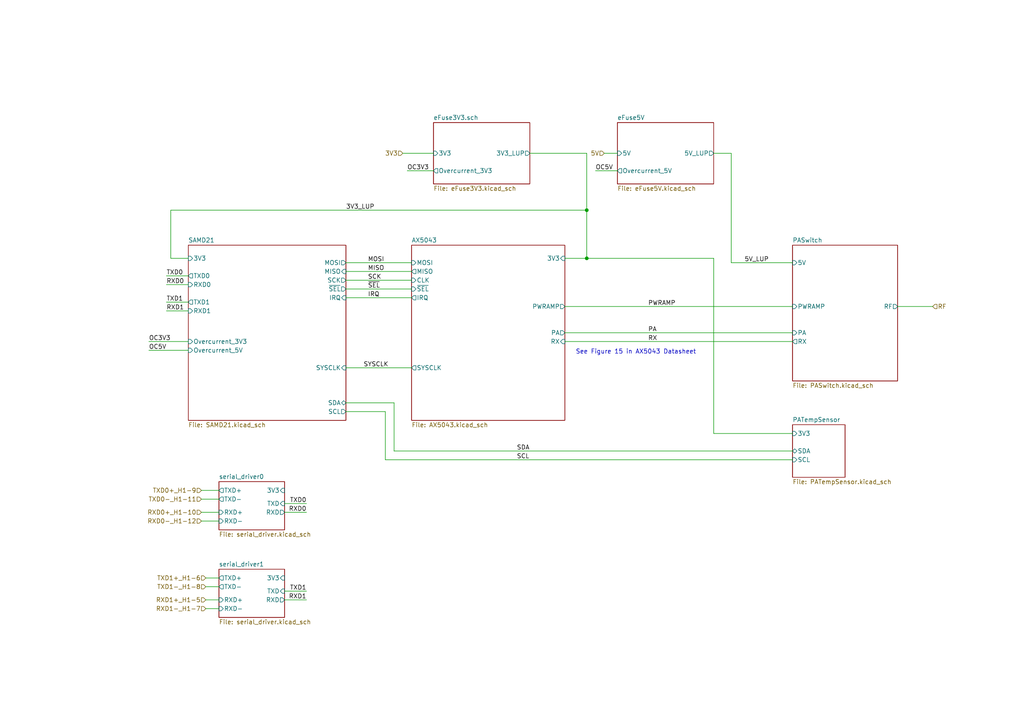
<source format=kicad_sch>
(kicad_sch (version 20211123) (generator eeschema)
  (paper "A4")
  (lib_symbols)
  (junction (at 170.18 74.93))
  (junction (at 170.18 60.96))
  (wire (pts (xy 163.83 96.52) (xy 229.87 96.52)))
  (wire (pts (xy 207.01 125.73) (xy 229.87 125.73)))
  (wire (pts (xy 48.26 87.63) (xy 54.61 87.63)))
  (wire (pts (xy 58.42 144.78) (xy 63.5 144.78)))
  (wire (pts (xy 212.09 44.45) (xy 212.09 76.2)))
  (wire (pts (xy 170.18 44.45) (xy 153.67 44.45)))
  (wire (pts (xy 88.9 173.99) (xy 82.55 173.99)))
  (wire (pts (xy 100.33 116.84) (xy 114.3 116.84)))
  (wire (pts (xy 48.26 80.01) (xy 54.61 80.01)))
  (wire (pts (xy 59.69 176.53) (xy 63.5 176.53)))
  (wire (pts (xy 100.33 76.2) (xy 119.38 76.2)))
  (wire (pts (xy 43.18 99.06) (xy 54.61 99.06)))
  (wire (pts (xy 100.33 119.38) (xy 111.76 119.38)))
  (wire (pts (xy 111.76 133.35) (xy 229.87 133.35)))
  (wire (pts (xy 58.42 142.24) (xy 63.5 142.24)))
  (wire (pts (xy 54.61 74.93) (xy 49.53 74.93)))
  (wire (pts (xy 100.33 106.68) (xy 119.38 106.68)))
  (wire (pts (xy 48.26 82.55) (xy 54.61 82.55)))
  (wire (pts (xy 114.3 130.81) (xy 229.87 130.81)))
  (wire (pts (xy 170.18 60.96) (xy 170.18 44.45)))
  (wire (pts (xy 175.26 44.45) (xy 179.07 44.45)))
  (wire (pts (xy 170.18 74.93) (xy 170.18 60.96)))
  (wire (pts (xy 163.83 74.93) (xy 170.18 74.93)))
  (wire (pts (xy 163.83 99.06) (xy 229.87 99.06)))
  (wire (pts (xy 100.33 78.74) (xy 119.38 78.74)))
  (wire (pts (xy 207.01 74.93) (xy 207.01 125.73)))
  (wire (pts (xy 88.9 171.45) (xy 82.55 171.45)))
  (wire (pts (xy 48.26 90.17) (xy 54.61 90.17)))
  (wire (pts (xy 88.9 148.59) (xy 82.55 148.59)))
  (wire (pts (xy 118.11 49.53) (xy 125.73 49.53)))
  (wire (pts (xy 59.69 167.64) (xy 63.5 167.64)))
  (wire (pts (xy 59.69 173.99) (xy 63.5 173.99)))
  (wire (pts (xy 125.73 44.45) (xy 116.84 44.45)))
  (wire (pts (xy 58.42 148.59) (xy 63.5 148.59)))
  (wire (pts (xy 59.69 170.18) (xy 63.5 170.18)))
  (wire (pts (xy 212.09 44.45) (xy 207.01 44.45)))
  (wire (pts (xy 43.18 101.6) (xy 54.61 101.6)))
  (wire (pts (xy 100.33 86.36) (xy 119.38 86.36)))
  (wire (pts (xy 49.53 74.93) (xy 49.53 60.96)))
  (wire (pts (xy 229.87 76.2) (xy 212.09 76.2)))
  (wire (pts (xy 172.72 49.53) (xy 179.07 49.53)))
  (wire (pts (xy 58.42 151.13) (xy 63.5 151.13)))
  (wire (pts (xy 163.83 88.9) (xy 229.87 88.9)))
  (wire (pts (xy 88.9 146.05) (xy 82.55 146.05)))
  (wire (pts (xy 170.18 74.93) (xy 207.01 74.93)))
  (wire (pts (xy 100.33 81.28) (xy 119.38 81.28)))
  (wire (pts (xy 100.33 83.82) (xy 119.38 83.82)))
  (wire (pts (xy 111.76 119.38) (xy 111.76 133.35)))
  (wire (pts (xy 49.53 60.96) (xy 170.18 60.96)))
  (wire (pts (xy 260.35 88.9) (xy 270.51 88.9)))
  (wire (pts (xy 114.3 116.84) (xy 114.3 130.81)))
  (text "See Figure 15 in AX5043 Datasheet" (at 201.93 102.87 180) (effects (font (size 1.27 1.27)) (justify right bottom)))
  (label "~{SEL}" (at 106.68 83.82 0))
  (label "OC5V" (at 172.72 49.53 0))
  (label "SYSCLK" (at 105.41 106.68 0))
  (label "IRQ" (at 106.68 86.36 0))
  (label "RXD1" (at 88.9 173.99 180))
  (label "SCK" (at 106.68 81.28 0))
  (label "MISO" (at 106.68 78.74 0))
  (label "OC5V" (at 43.18 101.6 0))
  (label "OC3V3" (at 43.18 99.06 0))
  (label "RXD0" (at 48.26 82.55 0))
  (label "PWRAMP" (at 187.96 88.9 0))
  (label "SCL" (at 149.86 133.35 0))
  (label "RXD1" (at 48.26 90.17 0))
  (label "TXD0" (at 48.26 80.01 0))
  (label "3V3_LUP" (at 100.33 60.96 0))
  (label "MOSI" (at 106.68 76.2 0))
  (label "SDA" (at 149.86 130.81 0))
  (label "RX" (at 187.96 99.06 0))
  (label "TXD1" (at 88.9 171.45 180))
  (label "OC3V3" (at 118.11 49.53 0))
  (label "PA" (at 187.96 96.52 0))
  (label "TXD0" (at 88.9 146.05 180))
  (label "5V_LUP" (at 215.9 76.2 0))
  (label "RXD0" (at 88.9 148.59 180))
  (label "TXD1" (at 48.26 87.63 0))
  (hierarchical_label "RF" (shape input) (at 270.51 88.9 0))
  (hierarchical_label "TXD0+_H1-9" (shape input) (at 58.42 142.24 180))
  (hierarchical_label "RXD1+_H1-5" (shape input) (at 59.69 173.99 180))
  (hierarchical_label "RXD0-_H1-12" (shape input) (at 58.42 151.13 180))
  (hierarchical_label "5V" (shape input) (at 175.26 44.45 180))
  (hierarchical_label "RXD1-_H1-7" (shape input) (at 59.69 176.53 180))
  (hierarchical_label "TXD1-_H1-8" (shape input) (at 59.69 170.18 180))
  (hierarchical_label "3V3" (shape input) (at 116.84 44.45 180))
  (hierarchical_label "TXD1+_H1-6" (shape input) (at 59.69 167.64 180))
  (hierarchical_label "RXD0+_H1-10" (shape input) (at 58.42 148.59 180))
  (hierarchical_label "TXD0-_H1-11" (shape input) (at 58.42 144.78 180))
  (sheet (at 54.61 71.12) (size 45.72 50.8)
    (property "Sheet name" "SAMD21" (at 54.61 70.4084 0) (effects (justify left bottom)))
    (property "Sheet file" "SAMD21.kicad_sch" (at 54.61 122.5046 0) (effects (justify left top)))
    (pin "TXD0" output (at 54.61 80.01 180))
    (pin "RXD0" input (at 54.61 82.55 180))
    (pin "TXD1" output (at 54.61 87.63 180))
    (pin "RXD1" input (at 54.61 90.17 180))
    (pin "SDA" bidirectional (at 100.33 116.84 0))
    (pin "SCL" output (at 100.33 119.38 0))
    (pin "3V3" input (at 54.61 74.93 180))
    (pin "IRQ" input (at 100.33 86.36 0))
    (pin "MOSI" output (at 100.33 76.2 0))
    (pin "MISO" input (at 100.33 78.74 0))
    (pin "SCK" output (at 100.33 81.28 0))
    (pin "SYSCLK" input (at 100.33 106.68 0))
    (pin "~{SEL}" output (at 100.33 83.82 0))
    (pin "Overcurrent_5V" input (at 54.61 101.6 180))
    (pin "Overcurrent_3V3" input (at 54.61 99.06 180))
  )
  (sheet (at 119.38 71.12) (size 44.45 50.8)
    (property "Sheet name" "AX5043" (at 119.38 70.4084 0) (effects (justify left bottom)))
    (property "Sheet file" "AX5043.kicad_sch" (at 119.38 122.5046 0) (effects (justify left top)))
    (pin "MOSI" input (at 119.38 76.2 180))
    (pin "MISO" output (at 119.38 78.74 180))
    (pin "CLK" input (at 119.38 81.28 180))
    (pin "IRQ" output (at 119.38 86.36 180))
    (pin "SYSCLK" output (at 119.38 106.68 180))
    (pin "PWRAMP" output (at 163.83 88.9 0))
    (pin "PA" output (at 163.83 96.52 0))
    (pin "RX" input (at 163.83 99.06 0))
    (pin "3V3" input (at 163.83 74.93 0))
    (pin "~{SEL}" input (at 119.38 83.82 180))
  )
  (sheet (at 229.87 71.12) (size 30.48 39.37)
    (property "Sheet name" "PASwitch" (at 229.87 70.4084 0) (effects (justify left bottom)))
    (property "Sheet file" "PASwitch.kicad_sch" (at 229.87 111.0746 0) (effects (justify left top)))
    (pin "5V" input (at 229.87 76.2 180))
    (pin "PA" input (at 229.87 96.52 180))
    (pin "RX" output (at 229.87 99.06 180))
    (pin "RF" output (at 260.35 88.9 0))
    (pin "PWRAMP" input (at 229.87 88.9 180))
  )
  (sheet (at 229.87 123.19) (size 15.24 15.24)
    (property "Sheet name" "PATempSensor" (at 229.87 122.4784 0) (effects (justify left bottom)))
    (property "Sheet file" "PATempSensor.kicad_sch" (at 229.87 139.0146 0) (effects (justify left top)))
    (pin "SDA" bidirectional (at 229.87 130.81 180))
    (pin "SCL" input (at 229.87 133.35 180))
    (pin "3V3" input (at 229.87 125.73 180))
  )
  (sheet (at 179.07 35.56) (size 27.94 17.78)
    (property "Sheet name" "eFuse5V" (at 179.07 34.8484 0) (effects (justify left bottom)))
    (property "Sheet file" "eFuse5V.kicad_sch" (at 179.07 53.9246 0) (effects (justify left top)))
    (pin "5V" input (at 179.07 44.45 180))
    (pin "5V_LUP" output (at 207.01 44.45 0))
    (pin "Overcurrent_5V" output (at 179.07 49.53 180))
  )
  (sheet (at 125.73 35.56) (size 27.94 17.78)
    (property "Sheet name" "eFuse3V3.sch" (at 125.73 34.8484 0) (effects (justify left bottom)))
    (property "Sheet file" "eFuse3V3.kicad_sch" (at 125.73 53.9246 0) (effects (justify left top)))
    (pin "3V3_LUP" output (at 153.67 44.45 0))
    (pin "3V3" input (at 125.73 44.45 180))
    (pin "Overcurrent_3V3" output (at 125.73 49.53 180))
  )
  (sheet (at 63.5 139.7) (size 19.05 13.97) (stroke (width 0.1524))
    (property "Sheet name" "serial_driver0" (at 63.5 138.9884 0) (effects (justify left bottom)))
    (property "Sheet file" "serial_driver.kicad_sch" (at 63.5 154.2546 0) (effects (justify left top)))
    (pin "TXD" input (at 82.55 146.05 0))
    (pin "RXD" output (at 82.55 148.59 0))
    (pin "TXD+" output (at 63.5 142.24 180))
    (pin "TXD-" output (at 63.5 144.78 180))
    (pin "RXD+" input (at 63.5 148.59 180))
    (pin "RXD-" input (at 63.5 151.13 180))
    (pin "3V3" input (at 82.55 142.24 0))
  )
  (sheet (at 63.5 165.1) (size 19.05 13.97) (stroke (width 0.1524))
    (property "Sheet name" "serial_driver1" (at 63.5 164.3884 0) (effects (justify left bottom)))
    (property "Sheet file" "serial_driver.kicad_sch" (at 63.5 179.6546 0) (effects (justify left top)))
    (pin "TXD" input (at 82.55 171.45 0))
    (pin "RXD" output (at 82.55 173.99 0))
    (pin "TXD+" output (at 63.5 167.64 180))
    (pin "TXD-" output (at 63.5 170.18 180))
    (pin "RXD+" input (at 63.5 173.99 180))
    (pin "RXD-" input (at 63.5 176.53 180))
    (pin "3V3" input (at 82.55 167.64 0))
  )
)
</source>
